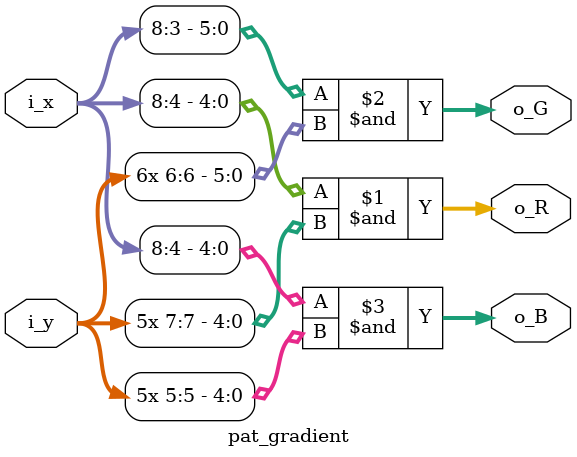
<source format=v>
module pat_gradient (
    input [8:0] i_x,
    input [8:0] i_y,
    output [4:0] o_R,
    output [5:0] o_G,
    output [4:0] o_B
);

assign o_R = i_x[8:4] & {5{i_y[7]}};
assign o_G = i_x[8:3] & {6{i_y[6]}};
assign o_B = i_x[8:4] & {5{i_y[5]}};

endmodule
</source>
